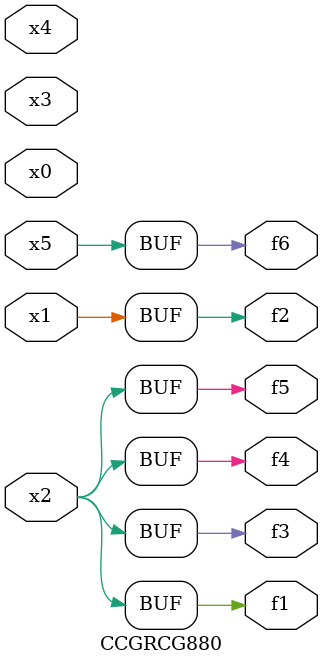
<source format=v>
module CCGRCG880(
	input x0, x1, x2, x3, x4, x5,
	output f1, f2, f3, f4, f5, f6
);
	assign f1 = x2;
	assign f2 = x1;
	assign f3 = x2;
	assign f4 = x2;
	assign f5 = x2;
	assign f6 = x5;
endmodule

</source>
